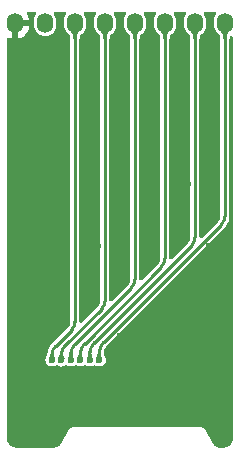
<source format=gbr>
%TF.GenerationSoftware,KiCad,Pcbnew,(6.0.6)*%
%TF.CreationDate,2022-07-16T21:02:26+02:00*%
%TF.ProjectId,epd,6570642e-6b69-4636-9164-5f7063625858,rev?*%
%TF.SameCoordinates,Original*%
%TF.FileFunction,Copper,L1,Top*%
%TF.FilePolarity,Positive*%
%FSLAX46Y46*%
G04 Gerber Fmt 4.6, Leading zero omitted, Abs format (unit mm)*
G04 Created by KiCad (PCBNEW (6.0.6)) date 2022-07-16 21:02:26*
%MOMM*%
%LPD*%
G01*
G04 APERTURE LIST*
%TA.AperFunction,ComponentPad*%
%ADD10O,1.400000X1.700000*%
%TD*%
%TA.AperFunction,ViaPad*%
%ADD11C,0.600000*%
%TD*%
%TA.AperFunction,Conductor*%
%ADD12C,0.250000*%
%TD*%
G04 APERTURE END LIST*
D10*
%TO.P,J2,1,Pin_1*%
%TO.N,GND*%
X148860000Y-70300000D03*
%TO.P,J2,2,Pin_2*%
%TO.N,+3.3V*%
X151400000Y-70300000D03*
%TO.P,J2,3,Pin_3*%
%TO.N,DIN*%
X153940000Y-70300000D03*
%TO.P,J2,4,Pin_4*%
%TO.N,SCK*%
X156480000Y-70300000D03*
%TO.P,J2,5,Pin_5*%
%TO.N,CS*%
X159020000Y-70300000D03*
%TO.P,J2,6,Pin_6*%
%TO.N,DC*%
X161560000Y-70300000D03*
%TO.P,J2,7,Pin_7*%
%TO.N,RST*%
X164100000Y-70300000D03*
%TO.P,J2,8,Pin_8*%
%TO.N,BUSY*%
X166640000Y-70300000D03*
%TD*%
D11*
%TO.N,GND*%
X162830000Y-77780000D03*
X162830000Y-75240000D03*
X165370000Y-77780000D03*
X150130000Y-72700000D03*
X165370000Y-72700000D03*
X162737800Y-89200000D03*
X160290000Y-80320000D03*
X162830000Y-101900000D03*
X157750000Y-75240000D03*
X152670000Y-101900000D03*
X150190200Y-89204800D03*
X160223200Y-89204800D03*
X162830000Y-80320000D03*
X152670000Y-80320000D03*
X155210000Y-75240000D03*
X165370000Y-96820000D03*
X165227000Y-83950000D03*
X165370000Y-75240000D03*
X152670000Y-77780000D03*
X160290000Y-83950000D03*
X160290000Y-101900000D03*
X157750000Y-77780000D03*
X152670000Y-72700000D03*
X155879800Y-89204800D03*
X155210000Y-77780000D03*
X157750000Y-83950000D03*
X162830000Y-72700000D03*
X163525200Y-83947000D03*
X155210000Y-72700000D03*
X150190200Y-83950000D03*
X157750000Y-101900000D03*
X155210000Y-83950000D03*
X165370000Y-80320000D03*
X150130000Y-75240000D03*
X157505400Y-89204800D03*
X150130000Y-80320000D03*
X155210000Y-101900000D03*
X150130000Y-96820000D03*
X162830000Y-96820000D03*
X165303200Y-89200000D03*
X160290000Y-75240000D03*
X151790400Y-89204800D03*
X157750000Y-96820000D03*
X152670000Y-75240000D03*
X150130000Y-101900000D03*
X160290000Y-96820000D03*
X151790400Y-83947000D03*
X165370000Y-101900000D03*
X157750000Y-72700000D03*
X150130000Y-77780000D03*
X160290000Y-72700000D03*
X160290000Y-77780000D03*
X157750000Y-80320000D03*
%TO.N,DIN*%
X152000000Y-98825000D03*
%TO.N,SCK*%
X152800000Y-98825000D03*
%TO.N,CS*%
X153600000Y-98825000D03*
%TO.N,DC*%
X154400000Y-98825000D03*
%TO.N,RST*%
X155200000Y-98825000D03*
%TO.N,BUSY*%
X156000000Y-98825000D03*
%TD*%
D12*
%TO.N,DIN*%
X152000000Y-98387500D02*
X152000000Y-98825000D01*
X152309359Y-97640640D02*
X153650136Y-96299864D01*
X153940000Y-95600072D02*
X153940000Y-70300000D01*
X153650160Y-96299888D02*
G75*
G03*
X153940000Y-95600072I-699860J699788D01*
G01*
X151999994Y-98387500D02*
G75*
G02*
X152309359Y-97640640I1056206J0D01*
G01*
%TO.N,SCK*%
X152800000Y-98825000D02*
X152800000Y-98362500D01*
X156203627Y-94496370D02*
X153127036Y-97572963D01*
X156480000Y-93829146D02*
X156480000Y-70300000D01*
X156203604Y-94496347D02*
G75*
G03*
X156480000Y-93829146I-667204J667247D01*
G01*
X152800007Y-98362500D02*
G75*
G02*
X153127036Y-97572963I1116593J0D01*
G01*
%TO.N,CS*%
X153600000Y-98825000D02*
X153600000Y-98337500D01*
X159020000Y-91964870D02*
X159020000Y-70300000D01*
X158691104Y-92758895D02*
X153944714Y-97505285D01*
X158691115Y-92758906D02*
G75*
G03*
X159020000Y-91964870I-794015J794006D01*
G01*
X153599991Y-98337500D02*
G75*
G02*
X153944714Y-97505285I1176909J0D01*
G01*
%TO.N,DC*%
X154762392Y-97437607D02*
X161237036Y-90962963D01*
X154400000Y-98312500D02*
X154400000Y-98825000D01*
X161560000Y-90183259D02*
X161560000Y-70300000D01*
X154400004Y-98312500D02*
G75*
G02*
X154762392Y-97437607I1237296J0D01*
G01*
X161237063Y-90962990D02*
G75*
G03*
X161560000Y-90183259I-779763J779690D01*
G01*
%TO.N,RST*%
X155580069Y-97369930D02*
X163821141Y-89128858D01*
X164100000Y-88455633D02*
X164100000Y-70300000D01*
X155200000Y-98825000D02*
X155200000Y-98287500D01*
X155199988Y-98287500D02*
G75*
G02*
X155580069Y-97369930I1297612J0D01*
G01*
X163821128Y-89128845D02*
G75*
G03*
X164100000Y-88455633I-673228J673245D01*
G01*
%TO.N,BUSY*%
X156000000Y-98825000D02*
X156000000Y-98262500D01*
X166336291Y-87363708D02*
X156397747Y-97302252D01*
X166640000Y-86630489D02*
X166640000Y-70300000D01*
X156000001Y-98262500D02*
G75*
G02*
X156397747Y-97302252I1357999J0D01*
G01*
X166336291Y-87363708D02*
G75*
G03*
X166640000Y-86630489I-733191J733208D01*
G01*
%TD*%
%TA.AperFunction,Conductor*%
%TO.N,SCK*%
G36*
X152949687Y-98096278D02*
G01*
X152956753Y-98101778D01*
X152957963Y-98110268D01*
X152941184Y-98180708D01*
X152930641Y-98251479D01*
X152928160Y-98313760D01*
X152932949Y-98369720D01*
X152944216Y-98421528D01*
X152961168Y-98471355D01*
X152983015Y-98521369D01*
X153008964Y-98573740D01*
X153008997Y-98573804D01*
X153038186Y-98630568D01*
X153038247Y-98630688D01*
X153066309Y-98686847D01*
X153066942Y-98695780D01*
X153064277Y-98700185D01*
X152808433Y-98966231D01*
X152800229Y-98969819D01*
X152791567Y-98966231D01*
X152535528Y-98699982D01*
X152532263Y-98691643D01*
X152533329Y-98686988D01*
X152562981Y-98622447D01*
X152562983Y-98622442D01*
X152563030Y-98622340D01*
X152588652Y-98558795D01*
X152601475Y-98521369D01*
X152608419Y-98501101D01*
X152608424Y-98501086D01*
X152608471Y-98500948D01*
X152616843Y-98471581D01*
X152624054Y-98446283D01*
X152624056Y-98446275D01*
X152624092Y-98446149D01*
X152637121Y-98391747D01*
X152649161Y-98335091D01*
X152661820Y-98273530D01*
X152676674Y-98204540D01*
X152676724Y-98204317D01*
X152695384Y-98125201D01*
X152695454Y-98124923D01*
X152716549Y-98044376D01*
X152721960Y-98037241D01*
X152730973Y-98036060D01*
X152949687Y-98096278D01*
G37*
%TD.AperFunction*%
%TD*%
%TA.AperFunction,Conductor*%
%TO.N,SCK*%
G36*
X156488433Y-69958769D02*
G01*
X157104078Y-70598964D01*
X157107343Y-70607303D01*
X157105938Y-70612637D01*
X157040434Y-70733831D01*
X157039927Y-70734681D01*
X156969725Y-70841809D01*
X156969299Y-70842416D01*
X156899991Y-70934825D01*
X156899800Y-70935072D01*
X156833288Y-71018990D01*
X156771604Y-71100540D01*
X156716792Y-71185851D01*
X156670788Y-71281189D01*
X156635530Y-71392816D01*
X156612955Y-71526999D01*
X156612939Y-71527330D01*
X156612938Y-71527338D01*
X156605543Y-71678870D01*
X156601717Y-71686967D01*
X156593857Y-71690000D01*
X156366143Y-71690000D01*
X156357870Y-71686573D01*
X156354457Y-71678870D01*
X156347061Y-71527338D01*
X156347060Y-71527330D01*
X156347044Y-71526999D01*
X156324469Y-71392816D01*
X156289211Y-71281189D01*
X156243207Y-71185851D01*
X156188395Y-71100540D01*
X156126711Y-71018990D01*
X156060199Y-70935072D01*
X156060008Y-70934825D01*
X155990700Y-70842416D01*
X155990274Y-70841809D01*
X155920072Y-70734681D01*
X155919565Y-70733831D01*
X155854062Y-70612637D01*
X155853143Y-70603730D01*
X155855922Y-70598964D01*
X156471567Y-69958769D01*
X156479771Y-69955181D01*
X156488433Y-69958769D01*
G37*
%TD.AperFunction*%
%TD*%
%TA.AperFunction,Conductor*%
%TO.N,DC*%
G36*
X161568433Y-69958769D02*
G01*
X162184078Y-70598964D01*
X162187343Y-70607303D01*
X162185938Y-70612637D01*
X162120434Y-70733831D01*
X162119927Y-70734681D01*
X162049725Y-70841809D01*
X162049299Y-70842416D01*
X161979991Y-70934825D01*
X161979800Y-70935072D01*
X161913288Y-71018990D01*
X161851604Y-71100540D01*
X161796792Y-71185851D01*
X161750788Y-71281189D01*
X161715530Y-71392816D01*
X161692955Y-71526999D01*
X161692939Y-71527330D01*
X161692938Y-71527338D01*
X161685543Y-71678870D01*
X161681717Y-71686967D01*
X161673857Y-71690000D01*
X161446143Y-71690000D01*
X161437870Y-71686573D01*
X161434457Y-71678870D01*
X161427061Y-71527338D01*
X161427060Y-71527330D01*
X161427044Y-71526999D01*
X161404469Y-71392816D01*
X161369211Y-71281189D01*
X161323207Y-71185851D01*
X161268395Y-71100540D01*
X161206711Y-71018990D01*
X161140199Y-70935072D01*
X161140008Y-70934825D01*
X161070700Y-70842416D01*
X161070274Y-70841809D01*
X161000072Y-70734681D01*
X160999565Y-70733831D01*
X160934062Y-70612637D01*
X160933143Y-70603730D01*
X160935922Y-70598964D01*
X161551567Y-69958769D01*
X161559771Y-69955181D01*
X161568433Y-69958769D01*
G37*
%TD.AperFunction*%
%TD*%
%TA.AperFunction,Conductor*%
%TO.N,CS*%
G36*
X159028433Y-69958769D02*
G01*
X159644078Y-70598964D01*
X159647343Y-70607303D01*
X159645938Y-70612637D01*
X159580434Y-70733831D01*
X159579927Y-70734681D01*
X159509725Y-70841809D01*
X159509299Y-70842416D01*
X159439991Y-70934825D01*
X159439800Y-70935072D01*
X159373288Y-71018990D01*
X159311604Y-71100540D01*
X159256792Y-71185851D01*
X159210788Y-71281189D01*
X159175530Y-71392816D01*
X159152955Y-71526999D01*
X159152939Y-71527330D01*
X159152938Y-71527338D01*
X159145543Y-71678870D01*
X159141717Y-71686967D01*
X159133857Y-71690000D01*
X158906143Y-71690000D01*
X158897870Y-71686573D01*
X158894457Y-71678870D01*
X158887061Y-71527338D01*
X158887060Y-71527330D01*
X158887044Y-71526999D01*
X158864469Y-71392816D01*
X158829211Y-71281189D01*
X158783207Y-71185851D01*
X158728395Y-71100540D01*
X158666711Y-71018990D01*
X158600199Y-70935072D01*
X158600008Y-70934825D01*
X158530700Y-70842416D01*
X158530274Y-70841809D01*
X158460072Y-70734681D01*
X158459565Y-70733831D01*
X158394062Y-70612637D01*
X158393143Y-70603730D01*
X158395922Y-70598964D01*
X159011567Y-69958769D01*
X159019771Y-69955181D01*
X159028433Y-69958769D01*
G37*
%TD.AperFunction*%
%TD*%
%TA.AperFunction,Conductor*%
%TO.N,BUSY*%
G36*
X156143836Y-97989825D02*
G01*
X156151156Y-97994981D01*
X156152748Y-98003513D01*
X156135781Y-98089136D01*
X156124673Y-98173108D01*
X156121170Y-98246837D01*
X156124801Y-98312919D01*
X156135093Y-98373950D01*
X156135177Y-98374248D01*
X156145718Y-98411706D01*
X156151577Y-98432528D01*
X156173780Y-98491248D01*
X156201233Y-98552708D01*
X156201283Y-98552811D01*
X156233463Y-98619504D01*
X156266406Y-98686883D01*
X156266961Y-98695821D01*
X156264328Y-98700132D01*
X156008433Y-98966231D01*
X156000229Y-98969819D01*
X155991567Y-98966231D01*
X155735498Y-98699951D01*
X155732233Y-98691612D01*
X155733274Y-98687011D01*
X155766844Y-98612944D01*
X155766847Y-98612937D01*
X155766909Y-98612800D01*
X155794597Y-98540578D01*
X155814954Y-98474593D01*
X155824959Y-98432528D01*
X155829830Y-98412050D01*
X155829834Y-98412030D01*
X155829872Y-98411871D01*
X155836778Y-98373950D01*
X155841230Y-98349507D01*
X155841233Y-98349489D01*
X155841242Y-98349439D01*
X155850953Y-98284323D01*
X155860889Y-98213616D01*
X155860908Y-98213486D01*
X155872948Y-98134271D01*
X155872994Y-98133993D01*
X155889019Y-98043313D01*
X155889086Y-98042964D01*
X155908618Y-97949179D01*
X155913659Y-97941778D01*
X155922636Y-97940148D01*
X156143836Y-97989825D01*
G37*
%TD.AperFunction*%
%TD*%
%TA.AperFunction,Conductor*%
%TO.N,RST*%
G36*
X155345105Y-98016199D02*
G01*
X155352373Y-98021431D01*
X155353882Y-98029956D01*
X155336963Y-98111830D01*
X155336940Y-98111998D01*
X155336938Y-98112011D01*
X155329276Y-98168496D01*
X155326014Y-98192545D01*
X155322785Y-98263443D01*
X155326725Y-98327018D01*
X155337281Y-98385760D01*
X155353903Y-98442164D01*
X155376037Y-98498721D01*
X155403133Y-98557923D01*
X155403174Y-98558006D01*
X155434637Y-98622263D01*
X155466384Y-98686875D01*
X155466957Y-98695812D01*
X155464316Y-98700145D01*
X155208433Y-98966231D01*
X155200229Y-98969819D01*
X155191567Y-98966231D01*
X154935684Y-98700145D01*
X154935504Y-98699957D01*
X154932239Y-98691619D01*
X154933286Y-98687006D01*
X154965855Y-98615364D01*
X154965921Y-98615219D01*
X154993075Y-98545191D01*
X155013280Y-98481260D01*
X155028353Y-98420532D01*
X155040112Y-98360116D01*
X155050377Y-98297122D01*
X155060963Y-98228657D01*
X155073671Y-98151945D01*
X155073713Y-98151707D01*
X155081268Y-98111830D01*
X155090350Y-98063887D01*
X155090419Y-98063554D01*
X155110289Y-97973122D01*
X155115411Y-97965777D01*
X155124397Y-97964244D01*
X155345105Y-98016199D01*
G37*
%TD.AperFunction*%
%TD*%
%TA.AperFunction,Conductor*%
%TO.N,BUSY*%
G36*
X166648433Y-69958769D02*
G01*
X167264078Y-70598964D01*
X167267343Y-70607303D01*
X167265938Y-70612637D01*
X167200434Y-70733831D01*
X167199927Y-70734681D01*
X167129725Y-70841809D01*
X167129299Y-70842416D01*
X167059991Y-70934825D01*
X167059800Y-70935072D01*
X166993288Y-71018990D01*
X166931604Y-71100540D01*
X166876792Y-71185851D01*
X166830788Y-71281189D01*
X166795530Y-71392816D01*
X166772955Y-71526999D01*
X166772939Y-71527330D01*
X166772938Y-71527338D01*
X166765543Y-71678870D01*
X166761717Y-71686967D01*
X166753857Y-71690000D01*
X166526143Y-71690000D01*
X166517870Y-71686573D01*
X166514457Y-71678870D01*
X166507061Y-71527338D01*
X166507060Y-71527330D01*
X166507044Y-71526999D01*
X166484469Y-71392816D01*
X166449211Y-71281189D01*
X166403207Y-71185851D01*
X166348395Y-71100540D01*
X166286711Y-71018990D01*
X166220199Y-70935072D01*
X166220008Y-70934825D01*
X166150700Y-70842416D01*
X166150274Y-70841809D01*
X166080072Y-70734681D01*
X166079565Y-70733831D01*
X166014062Y-70612637D01*
X166013143Y-70603730D01*
X166015922Y-70598964D01*
X166631567Y-69958769D01*
X166639771Y-69955181D01*
X166648433Y-69958769D01*
G37*
%TD.AperFunction*%
%TD*%
%TA.AperFunction,Conductor*%
%TO.N,RST*%
G36*
X164108433Y-69958769D02*
G01*
X164724078Y-70598964D01*
X164727343Y-70607303D01*
X164725938Y-70612637D01*
X164660434Y-70733831D01*
X164659927Y-70734681D01*
X164589725Y-70841809D01*
X164589299Y-70842416D01*
X164519991Y-70934825D01*
X164519800Y-70935072D01*
X164453288Y-71018990D01*
X164391604Y-71100540D01*
X164336792Y-71185851D01*
X164290788Y-71281189D01*
X164255530Y-71392816D01*
X164232955Y-71526999D01*
X164232939Y-71527330D01*
X164232938Y-71527338D01*
X164225543Y-71678870D01*
X164221717Y-71686967D01*
X164213857Y-71690000D01*
X163986143Y-71690000D01*
X163977870Y-71686573D01*
X163974457Y-71678870D01*
X163967061Y-71527338D01*
X163967060Y-71527330D01*
X163967044Y-71526999D01*
X163944469Y-71392816D01*
X163909211Y-71281189D01*
X163863207Y-71185851D01*
X163808395Y-71100540D01*
X163746711Y-71018990D01*
X163680199Y-70935072D01*
X163680008Y-70934825D01*
X163610700Y-70842416D01*
X163610274Y-70841809D01*
X163540072Y-70734681D01*
X163539565Y-70733831D01*
X163474062Y-70612637D01*
X163473143Y-70603730D01*
X163475922Y-70598964D01*
X164091567Y-69958769D01*
X164099771Y-69955181D01*
X164108433Y-69958769D01*
G37*
%TD.AperFunction*%
%TD*%
%TA.AperFunction,Conductor*%
%TO.N,DC*%
G36*
X154546512Y-98042714D02*
G01*
X154553720Y-98048027D01*
X154555139Y-98056543D01*
X154549180Y-98084126D01*
X154538267Y-98134642D01*
X154527464Y-98212073D01*
X154524496Y-98280123D01*
X154528730Y-98341176D01*
X154539535Y-98397620D01*
X154556279Y-98451842D01*
X154578330Y-98506227D01*
X154605055Y-98563163D01*
X154605101Y-98563256D01*
X154605108Y-98563270D01*
X154635808Y-98625009D01*
X154635822Y-98625037D01*
X154666361Y-98686866D01*
X154666952Y-98695801D01*
X154664304Y-98700157D01*
X154408433Y-98966231D01*
X154400229Y-98969819D01*
X154391567Y-98966231D01*
X154135511Y-98699965D01*
X154132246Y-98691626D01*
X154133299Y-98687000D01*
X154133361Y-98686866D01*
X154164945Y-98617617D01*
X154191578Y-98549769D01*
X154211643Y-98487879D01*
X154211689Y-98487702D01*
X154226852Y-98429270D01*
X154226854Y-98429260D01*
X154226886Y-98429138D01*
X154233453Y-98397620D01*
X154239032Y-98370841D01*
X154239035Y-98370823D01*
X154239054Y-98370734D01*
X154249891Y-98309858D01*
X154261144Y-98243698D01*
X154274542Y-98169536D01*
X154274589Y-98169292D01*
X154291847Y-98084442D01*
X154291916Y-98084126D01*
X154312166Y-97996978D01*
X154317376Y-97989695D01*
X154326371Y-97988268D01*
X154546512Y-98042714D01*
G37*
%TD.AperFunction*%
%TD*%
%TA.AperFunction,Conductor*%
%TO.N,DIN*%
G36*
X153948433Y-69958769D02*
G01*
X154564078Y-70598964D01*
X154567343Y-70607303D01*
X154565938Y-70612637D01*
X154500434Y-70733831D01*
X154499927Y-70734681D01*
X154429725Y-70841809D01*
X154429299Y-70842416D01*
X154359991Y-70934825D01*
X154359800Y-70935072D01*
X154293288Y-71018990D01*
X154231604Y-71100540D01*
X154176792Y-71185851D01*
X154130788Y-71281189D01*
X154095530Y-71392816D01*
X154072955Y-71526999D01*
X154072939Y-71527330D01*
X154072938Y-71527338D01*
X154065543Y-71678870D01*
X154061717Y-71686967D01*
X154053857Y-71690000D01*
X153826143Y-71690000D01*
X153817870Y-71686573D01*
X153814457Y-71678870D01*
X153807061Y-71527338D01*
X153807060Y-71527330D01*
X153807044Y-71526999D01*
X153784469Y-71392816D01*
X153749211Y-71281189D01*
X153703207Y-71185851D01*
X153648395Y-71100540D01*
X153586711Y-71018990D01*
X153520199Y-70935072D01*
X153520008Y-70934825D01*
X153450700Y-70842416D01*
X153450274Y-70841809D01*
X153380072Y-70734681D01*
X153379565Y-70733831D01*
X153314062Y-70612637D01*
X153313143Y-70603730D01*
X153315922Y-70598964D01*
X153931567Y-69958769D01*
X153939771Y-69955181D01*
X153948433Y-69958769D01*
G37*
%TD.AperFunction*%
%TD*%
%TA.AperFunction,Conductor*%
%TO.N,DIN*%
G36*
X152151489Y-98123388D02*
G01*
X152158470Y-98128996D01*
X152159557Y-98137472D01*
X152142828Y-98204014D01*
X152132398Y-98271397D01*
X152132385Y-98271733D01*
X152132385Y-98271735D01*
X152131756Y-98288293D01*
X152130141Y-98330750D01*
X152135187Y-98384131D01*
X152146663Y-98433597D01*
X152163698Y-98481207D01*
X152185420Y-98529018D01*
X152210959Y-98579088D01*
X152234751Y-98624514D01*
X152239393Y-98633378D01*
X152239469Y-98633525D01*
X152266280Y-98686837D01*
X152266935Y-98695767D01*
X152264260Y-98700203D01*
X152008433Y-98966231D01*
X152000229Y-98969819D01*
X151991567Y-98966231D01*
X151735537Y-98699992D01*
X151732272Y-98691653D01*
X151733346Y-98686981D01*
X151762034Y-98624786D01*
X151762094Y-98624656D01*
X151787232Y-98563228D01*
X151799259Y-98529159D01*
X151806909Y-98507488D01*
X151806911Y-98507482D01*
X151806948Y-98507377D01*
X151822781Y-98454531D01*
X151828088Y-98433910D01*
X151836257Y-98402162D01*
X151836269Y-98402116D01*
X151848947Y-98347561D01*
X151862354Y-98288293D01*
X151878004Y-98221843D01*
X151878041Y-98221688D01*
X151897472Y-98145455D01*
X151897541Y-98145197D01*
X151919137Y-98067889D01*
X151924664Y-98060843D01*
X151933685Y-98059806D01*
X152151489Y-98123388D01*
G37*
%TD.AperFunction*%
%TD*%
%TA.AperFunction,Conductor*%
%TO.N,CS*%
G36*
X153748015Y-98069400D02*
G01*
X153755157Y-98074802D01*
X153756476Y-98083307D01*
X153739650Y-98157596D01*
X153728984Y-98231714D01*
X153726267Y-98296892D01*
X153730788Y-98355408D01*
X153741833Y-98409541D01*
X153758691Y-98461570D01*
X153758791Y-98461807D01*
X153780590Y-98513636D01*
X153780598Y-98513653D01*
X153780649Y-98513775D01*
X153780710Y-98513901D01*
X153780712Y-98513906D01*
X153806978Y-98568400D01*
X153806995Y-98568434D01*
X153836979Y-98627754D01*
X153837016Y-98627827D01*
X153866336Y-98686857D01*
X153866947Y-98695791D01*
X153864290Y-98700172D01*
X153608433Y-98966231D01*
X153600229Y-98969819D01*
X153591567Y-98966231D01*
X153335518Y-98699972D01*
X153332254Y-98691635D01*
X153333313Y-98686995D01*
X153363924Y-98620115D01*
X153363928Y-98620105D01*
X153363980Y-98619992D01*
X153390100Y-98554306D01*
X153410033Y-98494445D01*
X153425456Y-98437680D01*
X153438043Y-98381280D01*
X153449469Y-98322516D01*
X153461408Y-98258658D01*
X153475507Y-98187123D01*
X153475555Y-98186889D01*
X153493501Y-98104863D01*
X153493571Y-98104565D01*
X153514223Y-98020732D01*
X153519529Y-98013519D01*
X153528533Y-98012209D01*
X153748015Y-98069400D01*
G37*
%TD.AperFunction*%
%TD*%
%TA.AperFunction,Conductor*%
%TO.N,GND*%
G36*
X150617850Y-69374502D02*
G01*
X150664343Y-69428158D01*
X150674447Y-69498432D01*
X150652942Y-69552771D01*
X150562499Y-69681937D01*
X150485488Y-69859900D01*
X150484182Y-69866150D01*
X150484182Y-69866151D01*
X150468585Y-69940812D01*
X150445834Y-70049713D01*
X150445500Y-70056086D01*
X150445500Y-70498456D01*
X150460174Y-70642919D01*
X150518161Y-70827957D01*
X150612171Y-70997555D01*
X150738364Y-71144786D01*
X150891584Y-71263636D01*
X150897309Y-71266453D01*
X150897312Y-71266455D01*
X151005602Y-71319740D01*
X151065572Y-71349249D01*
X151253222Y-71398128D01*
X151344155Y-71402894D01*
X151440487Y-71407943D01*
X151440491Y-71407943D01*
X151446868Y-71408277D01*
X151638599Y-71379280D01*
X151658807Y-71371845D01*
X151814597Y-71314526D01*
X151814602Y-71314524D01*
X151820583Y-71312323D01*
X151985387Y-71210140D01*
X152126278Y-71076906D01*
X152237501Y-70918063D01*
X152314512Y-70740100D01*
X152352165Y-70559865D01*
X152353175Y-70555032D01*
X152353175Y-70555028D01*
X152354166Y-70550287D01*
X152354500Y-70543914D01*
X152354500Y-70101544D01*
X152339826Y-69957081D01*
X152281839Y-69772043D01*
X152187829Y-69602445D01*
X152153590Y-69562498D01*
X152124446Y-69497759D01*
X152134928Y-69427541D01*
X152181710Y-69374136D01*
X152249258Y-69354500D01*
X153089729Y-69354500D01*
X153157850Y-69374502D01*
X153204343Y-69428158D01*
X153214447Y-69498432D01*
X153192942Y-69552771D01*
X153102499Y-69681937D01*
X153025488Y-69859900D01*
X153024182Y-69866150D01*
X153024182Y-69866151D01*
X153008585Y-69940812D01*
X152985834Y-70049713D01*
X152985500Y-70056086D01*
X152985500Y-70498456D01*
X153000174Y-70642919D01*
X153058161Y-70827957D01*
X153152171Y-70997555D01*
X153278364Y-71144786D01*
X153283406Y-71148697D01*
X153283407Y-71148698D01*
X153426540Y-71259724D01*
X153426544Y-71259726D01*
X153430389Y-71262709D01*
X153431584Y-71263636D01*
X153431473Y-71263779D01*
X153468019Y-71299871D01*
X153472208Y-71306391D01*
X153479681Y-71319740D01*
X153493921Y-71349249D01*
X153503446Y-71368989D01*
X153510113Y-71385790D01*
X153526436Y-71437467D01*
X153528920Y-71445333D01*
X153533024Y-71462376D01*
X153547367Y-71547625D01*
X153548962Y-71562380D01*
X153555266Y-71691521D01*
X153556605Y-71697167D01*
X153556606Y-71697172D01*
X153557098Y-71699245D01*
X153560500Y-71728327D01*
X153560500Y-95560294D01*
X153558949Y-95580002D01*
X153555769Y-95600083D01*
X153557321Y-95609876D01*
X153557321Y-95619798D01*
X153556667Y-95619798D01*
X153557102Y-95634592D01*
X153549995Y-95706776D01*
X153545178Y-95730998D01*
X153517663Y-95821716D01*
X153508211Y-95844537D01*
X153463527Y-95928142D01*
X153449806Y-95948679D01*
X153403879Y-96004647D01*
X153393016Y-96014890D01*
X153393467Y-96015341D01*
X153386451Y-96022358D01*
X153378430Y-96028186D01*
X153366488Y-96044625D01*
X153353647Y-96059659D01*
X152069150Y-97344155D01*
X152054120Y-97356993D01*
X152037670Y-97368944D01*
X152030479Y-97378841D01*
X152023284Y-97387845D01*
X151914743Y-97511610D01*
X151810180Y-97668096D01*
X151808360Y-97671786D01*
X151808358Y-97671790D01*
X151736120Y-97818272D01*
X151726938Y-97836892D01*
X151725614Y-97840793D01*
X151681231Y-97971537D01*
X151674325Y-97987961D01*
X151672005Y-97992543D01*
X151672003Y-97992548D01*
X151669206Y-97998071D01*
X151647610Y-98075379D01*
X151646851Y-98078152D01*
X151646782Y-98078410D01*
X151646012Y-98081360D01*
X151645946Y-98081619D01*
X151645915Y-98081739D01*
X151635296Y-98123402D01*
X151626581Y-98157593D01*
X151625452Y-98162198D01*
X151625380Y-98162506D01*
X151625366Y-98162562D01*
X151609765Y-98228803D01*
X151609249Y-98231038D01*
X151609203Y-98231240D01*
X151602132Y-98262500D01*
X151597239Y-98284133D01*
X151596077Y-98289268D01*
X151595924Y-98289935D01*
X151592598Y-98304251D01*
X151584543Y-98338912D01*
X151583837Y-98341794D01*
X151573346Y-98382561D01*
X151572029Y-98387294D01*
X151561027Y-98424018D01*
X151559151Y-98429768D01*
X151545680Y-98467928D01*
X151543478Y-98473710D01*
X151525112Y-98518586D01*
X151522916Y-98523634D01*
X151497706Y-98578290D01*
X151496661Y-98581350D01*
X151496657Y-98581360D01*
X151480442Y-98628843D01*
X151480398Y-98628828D01*
X151476850Y-98639014D01*
X151462933Y-98672613D01*
X151462932Y-98672616D01*
X151459772Y-98680246D01*
X151440715Y-98825000D01*
X151459772Y-98969754D01*
X151515645Y-99104642D01*
X151604526Y-99220474D01*
X151611076Y-99225500D01*
X151611079Y-99225503D01*
X151661931Y-99264523D01*
X151720357Y-99309355D01*
X151855246Y-99365228D01*
X152000000Y-99384285D01*
X152008188Y-99383207D01*
X152136566Y-99366306D01*
X152144754Y-99365228D01*
X152279643Y-99309355D01*
X152323298Y-99275857D01*
X152389517Y-99250258D01*
X152459065Y-99264523D01*
X152476699Y-99275855D01*
X152520357Y-99309355D01*
X152655246Y-99365228D01*
X152800000Y-99384285D01*
X152808188Y-99383207D01*
X152936566Y-99366306D01*
X152944754Y-99365228D01*
X153079643Y-99309355D01*
X153123298Y-99275857D01*
X153189517Y-99250258D01*
X153259065Y-99264523D01*
X153276699Y-99275855D01*
X153320357Y-99309355D01*
X153455246Y-99365228D01*
X153600000Y-99384285D01*
X153608188Y-99383207D01*
X153736566Y-99366306D01*
X153744754Y-99365228D01*
X153879643Y-99309355D01*
X153923298Y-99275857D01*
X153989517Y-99250258D01*
X154059065Y-99264523D01*
X154076699Y-99275855D01*
X154120357Y-99309355D01*
X154255246Y-99365228D01*
X154400000Y-99384285D01*
X154408188Y-99383207D01*
X154536566Y-99366306D01*
X154544754Y-99365228D01*
X154679643Y-99309355D01*
X154723298Y-99275857D01*
X154789517Y-99250258D01*
X154859065Y-99264523D01*
X154876699Y-99275855D01*
X154920357Y-99309355D01*
X155055246Y-99365228D01*
X155200000Y-99384285D01*
X155208188Y-99383207D01*
X155336566Y-99366306D01*
X155344754Y-99365228D01*
X155479643Y-99309355D01*
X155523298Y-99275857D01*
X155589517Y-99250258D01*
X155659065Y-99264523D01*
X155676699Y-99275855D01*
X155720357Y-99309355D01*
X155855246Y-99365228D01*
X156000000Y-99384285D01*
X156008188Y-99383207D01*
X156136566Y-99366306D01*
X156144754Y-99365228D01*
X156279643Y-99309355D01*
X156338069Y-99264523D01*
X156388921Y-99225503D01*
X156388924Y-99225500D01*
X156395474Y-99220474D01*
X156484355Y-99104642D01*
X156540228Y-98969754D01*
X156559285Y-98825000D01*
X156540228Y-98680246D01*
X156537067Y-98672613D01*
X156509421Y-98605871D01*
X156504013Y-98589850D01*
X156501769Y-98581360D01*
X156499534Y-98572902D01*
X156467000Y-98506360D01*
X156466759Y-98505863D01*
X156437398Y-98445011D01*
X156435835Y-98441646D01*
X156415333Y-98395748D01*
X156412520Y-98388922D01*
X156400250Y-98356471D01*
X156396818Y-98346040D01*
X156395623Y-98341794D01*
X156390496Y-98323572D01*
X156387540Y-98310398D01*
X156386504Y-98304251D01*
X156384434Y-98291978D01*
X156382749Y-98271855D01*
X156384231Y-98262500D01*
X156382680Y-98252708D01*
X156382680Y-98242788D01*
X156382835Y-98242788D01*
X156382241Y-98227681D01*
X156385991Y-98180033D01*
X156386426Y-98174510D01*
X156387126Y-98167876D01*
X156391422Y-98135408D01*
X156392736Y-98127445D01*
X156406134Y-98059832D01*
X156406135Y-98059826D01*
X156407298Y-98053955D01*
X156407329Y-98048424D01*
X156410065Y-98032303D01*
X156425077Y-97969770D01*
X156431187Y-97950965D01*
X156482356Y-97827432D01*
X156491332Y-97809816D01*
X156561195Y-97695808D01*
X156572809Y-97679821D01*
X156643413Y-97597155D01*
X156654513Y-97586894D01*
X156654404Y-97586785D01*
X156661415Y-97579774D01*
X156669440Y-97573944D01*
X156681391Y-97557495D01*
X156694232Y-97542461D01*
X166576501Y-87660192D01*
X166591536Y-87647350D01*
X166599958Y-87641231D01*
X166607980Y-87635403D01*
X166615429Y-87625151D01*
X166622627Y-87616141D01*
X166673980Y-87557586D01*
X166726493Y-87497708D01*
X166726499Y-87497701D01*
X166729210Y-87494609D01*
X166731496Y-87491188D01*
X166731502Y-87491180D01*
X166830073Y-87343658D01*
X166832367Y-87340225D01*
X166914490Y-87173696D01*
X166942218Y-87092013D01*
X166972848Y-87001780D01*
X166972849Y-87001776D01*
X166974174Y-86997873D01*
X167010397Y-86815764D01*
X167014134Y-86758749D01*
X167017687Y-86704524D01*
X167018637Y-86697724D01*
X167019018Y-86696638D01*
X167019500Y-86691073D01*
X167019500Y-86680982D01*
X167019770Y-86672744D01*
X167020967Y-86654475D01*
X167022246Y-86643019D01*
X167024231Y-86630485D01*
X167021050Y-86610403D01*
X167019500Y-86590703D01*
X167019500Y-71727968D01*
X167022493Y-71703673D01*
X167022327Y-71703648D01*
X167023234Y-71697522D01*
X167024735Y-71691520D01*
X167031037Y-71562376D01*
X167032633Y-71547615D01*
X167044244Y-71478608D01*
X167045246Y-71472649D01*
X167076274Y-71408792D01*
X167136900Y-71371845D01*
X167207876Y-71373541D01*
X167266668Y-71413341D01*
X167294610Y-71478608D01*
X167295500Y-71493555D01*
X167295500Y-105462524D01*
X167293079Y-105487103D01*
X167290514Y-105500000D01*
X167292935Y-105512170D01*
X167292935Y-105519856D01*
X167292328Y-105532207D01*
X167282391Y-105633092D01*
X167277575Y-105657309D01*
X167242351Y-105773426D01*
X167232907Y-105796226D01*
X167175708Y-105903239D01*
X167161989Y-105923770D01*
X167085019Y-106017556D01*
X167067556Y-106035019D01*
X166973770Y-106111989D01*
X166953239Y-106125708D01*
X166846226Y-106182907D01*
X166823426Y-106192351D01*
X166707309Y-106227575D01*
X166683092Y-106232391D01*
X166582207Y-106242328D01*
X166569856Y-106242935D01*
X166562170Y-106242935D01*
X166550000Y-106240514D01*
X166537103Y-106243079D01*
X166512524Y-106245500D01*
X166237476Y-106245500D01*
X166212897Y-106243079D01*
X166200000Y-106240514D01*
X166187829Y-106242935D01*
X166181711Y-106242935D01*
X166168743Y-106242266D01*
X166086059Y-106233711D01*
X166060673Y-106228400D01*
X166058086Y-106227573D01*
X165963984Y-106197500D01*
X165940222Y-106187104D01*
X165851904Y-106137059D01*
X165830774Y-106122017D01*
X165754578Y-106054952D01*
X165736977Y-106035905D01*
X165687244Y-105969505D01*
X165680004Y-105958722D01*
X165676778Y-105953337D01*
X165672599Y-105941648D01*
X165664264Y-105932448D01*
X165663810Y-105931690D01*
X165649583Y-105912338D01*
X164942176Y-104709745D01*
X164941106Y-104707597D01*
X164939734Y-104700699D01*
X164917670Y-104667679D01*
X164913831Y-104661560D01*
X164909795Y-104654698D01*
X164909793Y-104654695D01*
X164906653Y-104649357D01*
X164902529Y-104644731D01*
X164901729Y-104643633D01*
X164898785Y-104639415D01*
X164890376Y-104626830D01*
X164883484Y-104616516D01*
X164873171Y-104609625D01*
X164869121Y-104605575D01*
X164864546Y-104602123D01*
X164856287Y-104592859D01*
X164845109Y-104587459D01*
X164834561Y-104582363D01*
X164819367Y-104573673D01*
X164809620Y-104567160D01*
X164809616Y-104567158D01*
X164799301Y-104560266D01*
X164787131Y-104557845D01*
X164781843Y-104555655D01*
X164776295Y-104554217D01*
X164765121Y-104548819D01*
X164752732Y-104548108D01*
X164737625Y-104547241D01*
X164732495Y-104546841D01*
X164731132Y-104546707D01*
X164725067Y-104545500D01*
X164710913Y-104545500D01*
X164703693Y-104545293D01*
X164676430Y-104543728D01*
X164676429Y-104543728D01*
X164664041Y-104543017D01*
X164657397Y-104545333D01*
X164654996Y-104545500D01*
X153744998Y-104545500D01*
X153742601Y-104545333D01*
X153735959Y-104543018D01*
X153696318Y-104545293D01*
X153689099Y-104545500D01*
X153674933Y-104545500D01*
X153668870Y-104546706D01*
X153667499Y-104546841D01*
X153662372Y-104547241D01*
X153648541Y-104548035D01*
X153634879Y-104548819D01*
X153623705Y-104554217D01*
X153618157Y-104555655D01*
X153612869Y-104557845D01*
X153600699Y-104560266D01*
X153590384Y-104567158D01*
X153590380Y-104567160D01*
X153580633Y-104573673D01*
X153565439Y-104582363D01*
X153554891Y-104587459D01*
X153543713Y-104592859D01*
X153535454Y-104602123D01*
X153530879Y-104605575D01*
X153526829Y-104609625D01*
X153516516Y-104616516D01*
X153509624Y-104626830D01*
X153501215Y-104639415D01*
X153498271Y-104643633D01*
X153497471Y-104644731D01*
X153493347Y-104649357D01*
X153490207Y-104654695D01*
X153490205Y-104654698D01*
X153486169Y-104661560D01*
X153482330Y-104667679D01*
X153460266Y-104700699D01*
X153458894Y-104707597D01*
X153457824Y-104709745D01*
X152750417Y-105912338D01*
X152736187Y-105931694D01*
X152735734Y-105932450D01*
X152727401Y-105941648D01*
X152723223Y-105953333D01*
X152720082Y-105958576D01*
X152712845Y-105969354D01*
X152663013Y-106035889D01*
X152645411Y-106054938D01*
X152569216Y-106122002D01*
X152548087Y-106137043D01*
X152503928Y-106162066D01*
X152459771Y-106187087D01*
X152436009Y-106197483D01*
X152339323Y-106228382D01*
X152313937Y-106233693D01*
X152256295Y-106239657D01*
X152231080Y-106242266D01*
X152218112Y-106242935D01*
X152212171Y-106242935D01*
X152200000Y-106240514D01*
X152187103Y-106243079D01*
X152162524Y-106245500D01*
X148987476Y-106245500D01*
X148962897Y-106243079D01*
X148950000Y-106240514D01*
X148937830Y-106242935D01*
X148930144Y-106242935D01*
X148917793Y-106242328D01*
X148816908Y-106232391D01*
X148792691Y-106227575D01*
X148676574Y-106192351D01*
X148653774Y-106182907D01*
X148546761Y-106125708D01*
X148526230Y-106111989D01*
X148432444Y-106035019D01*
X148414981Y-106017556D01*
X148338011Y-105923770D01*
X148324292Y-105903239D01*
X148267093Y-105796226D01*
X148257649Y-105773426D01*
X148222425Y-105657309D01*
X148217609Y-105633092D01*
X148207672Y-105532207D01*
X148207065Y-105519856D01*
X148207065Y-105512170D01*
X148209486Y-105500000D01*
X148206921Y-105487103D01*
X148204500Y-105462524D01*
X148204500Y-71674522D01*
X148224502Y-71606401D01*
X148278158Y-71559908D01*
X148348432Y-71549804D01*
X148381145Y-71559149D01*
X148467999Y-71597275D01*
X148478594Y-71600841D01*
X148588385Y-71627200D01*
X148602470Y-71626495D01*
X148605966Y-71617702D01*
X149114000Y-71617702D01*
X149117973Y-71631233D01*
X149125421Y-71632304D01*
X149312915Y-71574622D01*
X149323260Y-71570401D01*
X149504912Y-71476643D01*
X149514343Y-71470658D01*
X149676520Y-71346215D01*
X149684749Y-71338648D01*
X149822319Y-71187461D01*
X149829082Y-71178550D01*
X149937701Y-71005396D01*
X149942782Y-70995426D01*
X150019024Y-70805768D01*
X150022255Y-70795068D01*
X150063908Y-70593930D01*
X150065111Y-70584792D01*
X150065843Y-70572087D01*
X150062265Y-70556668D01*
X150051503Y-70554000D01*
X149132115Y-70554000D01*
X149116876Y-70558475D01*
X149115671Y-70559865D01*
X149114000Y-70567548D01*
X149114000Y-71617702D01*
X148605966Y-71617702D01*
X148606000Y-71617616D01*
X148606000Y-70172000D01*
X148626002Y-70103879D01*
X148679658Y-70057386D01*
X148732000Y-70046000D01*
X150045486Y-70046000D01*
X150060082Y-70041714D01*
X150062144Y-70029676D01*
X150054213Y-69940812D01*
X150052232Y-69929798D01*
X149998293Y-69732634D01*
X149994400Y-69722166D01*
X149905005Y-69534745D01*
X149893732Y-69464649D01*
X149922145Y-69399585D01*
X149981223Y-69360212D01*
X150018731Y-69354500D01*
X150549729Y-69354500D01*
X150617850Y-69374502D01*
G37*
%TD.AperFunction*%
%TA.AperFunction,Conductor*%
G36*
X155697850Y-69374502D02*
G01*
X155744343Y-69428158D01*
X155754447Y-69498432D01*
X155732942Y-69552771D01*
X155642499Y-69681937D01*
X155565488Y-69859900D01*
X155564182Y-69866150D01*
X155564182Y-69866151D01*
X155548585Y-69940812D01*
X155525834Y-70049713D01*
X155525500Y-70056086D01*
X155525500Y-70498456D01*
X155540174Y-70642919D01*
X155598161Y-70827957D01*
X155692171Y-70997555D01*
X155818364Y-71144786D01*
X155823406Y-71148697D01*
X155823407Y-71148698D01*
X155966540Y-71259724D01*
X155966544Y-71259726D01*
X155970389Y-71262709D01*
X155971584Y-71263636D01*
X155971473Y-71263779D01*
X156008019Y-71299871D01*
X156012208Y-71306391D01*
X156019681Y-71319740D01*
X156033921Y-71349249D01*
X156043446Y-71368989D01*
X156050113Y-71385790D01*
X156066436Y-71437467D01*
X156068920Y-71445333D01*
X156073024Y-71462376D01*
X156087367Y-71547625D01*
X156088962Y-71562380D01*
X156095266Y-71691521D01*
X156096605Y-71697167D01*
X156096606Y-71697172D01*
X156097098Y-71699245D01*
X156100500Y-71728327D01*
X156100500Y-93789346D01*
X156098948Y-93809061D01*
X156095769Y-93829127D01*
X156097319Y-93838919D01*
X156097319Y-93848836D01*
X156096664Y-93848836D01*
X156097100Y-93863631D01*
X156093980Y-93895295D01*
X156090873Y-93926827D01*
X156086053Y-93951052D01*
X156061155Y-94033118D01*
X156051701Y-94055938D01*
X156011271Y-94131569D01*
X155997549Y-94152105D01*
X155957186Y-94201284D01*
X155946504Y-94211355D01*
X155946978Y-94211829D01*
X155939967Y-94218840D01*
X155931943Y-94224669D01*
X155926114Y-94232692D01*
X155919987Y-94241124D01*
X155907148Y-94256155D01*
X154534595Y-95628709D01*
X154472283Y-95662734D01*
X154401468Y-95657670D01*
X154344632Y-95615123D01*
X154319821Y-95548603D01*
X154319500Y-95539614D01*
X154319500Y-71727968D01*
X154322493Y-71703673D01*
X154322327Y-71703648D01*
X154323234Y-71697522D01*
X154324735Y-71691520D01*
X154331037Y-71562376D01*
X154332633Y-71547616D01*
X154332633Y-71547615D01*
X154346976Y-71462369D01*
X154351079Y-71445333D01*
X154369885Y-71385793D01*
X154376553Y-71368990D01*
X154400315Y-71319746D01*
X154407787Y-71306397D01*
X154417315Y-71291567D01*
X154456924Y-71252589D01*
X154525387Y-71210140D01*
X154666278Y-71076906D01*
X154777501Y-70918063D01*
X154854512Y-70740100D01*
X154892165Y-70559865D01*
X154893175Y-70555032D01*
X154893175Y-70555028D01*
X154894166Y-70550287D01*
X154894500Y-70543914D01*
X154894500Y-70101544D01*
X154879826Y-69957081D01*
X154821839Y-69772043D01*
X154727829Y-69602445D01*
X154693590Y-69562498D01*
X154664446Y-69497759D01*
X154674928Y-69427541D01*
X154721710Y-69374136D01*
X154789258Y-69354500D01*
X155629729Y-69354500D01*
X155697850Y-69374502D01*
G37*
%TD.AperFunction*%
%TA.AperFunction,Conductor*%
G36*
X158237850Y-69374502D02*
G01*
X158284343Y-69428158D01*
X158294447Y-69498432D01*
X158272942Y-69552771D01*
X158182499Y-69681937D01*
X158105488Y-69859900D01*
X158104182Y-69866150D01*
X158104182Y-69866151D01*
X158088585Y-69940812D01*
X158065834Y-70049713D01*
X158065500Y-70056086D01*
X158065500Y-70498456D01*
X158080174Y-70642919D01*
X158138161Y-70827957D01*
X158232171Y-70997555D01*
X158358364Y-71144786D01*
X158363406Y-71148697D01*
X158363407Y-71148698D01*
X158506540Y-71259724D01*
X158506544Y-71259726D01*
X158510389Y-71262709D01*
X158511584Y-71263636D01*
X158511473Y-71263779D01*
X158548019Y-71299871D01*
X158552208Y-71306391D01*
X158559681Y-71319740D01*
X158573921Y-71349249D01*
X158583446Y-71368989D01*
X158590113Y-71385790D01*
X158606436Y-71437467D01*
X158608920Y-71445333D01*
X158613024Y-71462376D01*
X158627367Y-71547625D01*
X158628962Y-71562380D01*
X158635266Y-71691521D01*
X158636605Y-71697167D01*
X158636606Y-71697172D01*
X158637098Y-71699245D01*
X158640500Y-71728327D01*
X158640500Y-91925091D01*
X158638950Y-91944792D01*
X158635769Y-91964880D01*
X158637321Y-91974673D01*
X158637321Y-91984595D01*
X158636667Y-91984595D01*
X158637102Y-91999390D01*
X158629209Y-92079556D01*
X158627435Y-92097568D01*
X158622617Y-92121790D01*
X158610606Y-92161389D01*
X158587520Y-92237497D01*
X158578068Y-92260317D01*
X158521067Y-92366962D01*
X158507344Y-92387500D01*
X158444805Y-92463706D01*
X158433988Y-92473903D01*
X158434446Y-92474361D01*
X158427429Y-92481378D01*
X158419410Y-92487204D01*
X158413584Y-92495223D01*
X158407460Y-92503652D01*
X158394618Y-92518687D01*
X157074595Y-93838710D01*
X157012283Y-93872736D01*
X156941468Y-93867671D01*
X156884632Y-93825124D01*
X156859821Y-93758604D01*
X156859500Y-93749615D01*
X156859500Y-71727968D01*
X156862493Y-71703673D01*
X156862327Y-71703648D01*
X156863234Y-71697522D01*
X156864735Y-71691520D01*
X156871037Y-71562376D01*
X156872633Y-71547616D01*
X156872633Y-71547615D01*
X156886976Y-71462369D01*
X156891079Y-71445333D01*
X156909885Y-71385793D01*
X156916553Y-71368990D01*
X156940315Y-71319746D01*
X156947787Y-71306397D01*
X156957315Y-71291567D01*
X156996924Y-71252589D01*
X157065387Y-71210140D01*
X157206278Y-71076906D01*
X157317501Y-70918063D01*
X157394512Y-70740100D01*
X157432165Y-70559865D01*
X157433175Y-70555032D01*
X157433175Y-70555028D01*
X157434166Y-70550287D01*
X157434500Y-70543914D01*
X157434500Y-70101544D01*
X157419826Y-69957081D01*
X157361839Y-69772043D01*
X157267829Y-69602445D01*
X157233590Y-69562498D01*
X157204446Y-69497759D01*
X157214928Y-69427541D01*
X157261710Y-69374136D01*
X157329258Y-69354500D01*
X158169729Y-69354500D01*
X158237850Y-69374502D01*
G37*
%TD.AperFunction*%
%TA.AperFunction,Conductor*%
G36*
X160777850Y-69374502D02*
G01*
X160824343Y-69428158D01*
X160834447Y-69498432D01*
X160812942Y-69552771D01*
X160722499Y-69681937D01*
X160645488Y-69859900D01*
X160644182Y-69866150D01*
X160644182Y-69866151D01*
X160628585Y-69940812D01*
X160605834Y-70049713D01*
X160605500Y-70056086D01*
X160605500Y-70498456D01*
X160620174Y-70642919D01*
X160678161Y-70827957D01*
X160772171Y-70997555D01*
X160898364Y-71144786D01*
X160903406Y-71148697D01*
X160903407Y-71148698D01*
X161046540Y-71259724D01*
X161046544Y-71259726D01*
X161050389Y-71262709D01*
X161051584Y-71263636D01*
X161051473Y-71263779D01*
X161088019Y-71299871D01*
X161092208Y-71306391D01*
X161099681Y-71319740D01*
X161113921Y-71349249D01*
X161123446Y-71368989D01*
X161130113Y-71385790D01*
X161146436Y-71437467D01*
X161148920Y-71445333D01*
X161153024Y-71462376D01*
X161167367Y-71547625D01*
X161168962Y-71562380D01*
X161175266Y-71691521D01*
X161176605Y-71697167D01*
X161176606Y-71697172D01*
X161177098Y-71699245D01*
X161180500Y-71728327D01*
X161180500Y-90143484D01*
X161178949Y-90163191D01*
X161175769Y-90183273D01*
X161177321Y-90193066D01*
X161177321Y-90202988D01*
X161176665Y-90202988D01*
X161177103Y-90217779D01*
X161170036Y-90289556D01*
X161167825Y-90312013D01*
X161163007Y-90336238D01*
X161129063Y-90448153D01*
X161119612Y-90470973D01*
X161064486Y-90574118D01*
X161050764Y-90594656D01*
X160990798Y-90667731D01*
X160979915Y-90677993D01*
X160980364Y-90678442D01*
X160973352Y-90685455D01*
X160965331Y-90691283D01*
X160959504Y-90699304D01*
X160959501Y-90699307D01*
X160953388Y-90707722D01*
X160940543Y-90722762D01*
X159617775Y-92045530D01*
X159555463Y-92079556D01*
X159484648Y-92074491D01*
X159427812Y-92031944D01*
X159403802Y-91967571D01*
X159404231Y-91964860D01*
X159401052Y-91944792D01*
X159399500Y-91925078D01*
X159399500Y-71727968D01*
X159402493Y-71703673D01*
X159402327Y-71703648D01*
X159403234Y-71697522D01*
X159404735Y-71691520D01*
X159411037Y-71562376D01*
X159412633Y-71547616D01*
X159412633Y-71547615D01*
X159426976Y-71462369D01*
X159431079Y-71445333D01*
X159449885Y-71385793D01*
X159456553Y-71368990D01*
X159480315Y-71319746D01*
X159487787Y-71306397D01*
X159497315Y-71291567D01*
X159536924Y-71252589D01*
X159605387Y-71210140D01*
X159746278Y-71076906D01*
X159857501Y-70918063D01*
X159934512Y-70740100D01*
X159972165Y-70559865D01*
X159973175Y-70555032D01*
X159973175Y-70555028D01*
X159974166Y-70550287D01*
X159974500Y-70543914D01*
X159974500Y-70101544D01*
X159959826Y-69957081D01*
X159901839Y-69772043D01*
X159807829Y-69602445D01*
X159773590Y-69562498D01*
X159744446Y-69497759D01*
X159754928Y-69427541D01*
X159801710Y-69374136D01*
X159869258Y-69354500D01*
X160709729Y-69354500D01*
X160777850Y-69374502D01*
G37*
%TD.AperFunction*%
%TA.AperFunction,Conductor*%
G36*
X163317850Y-69374502D02*
G01*
X163364343Y-69428158D01*
X163374447Y-69498432D01*
X163352942Y-69552771D01*
X163262499Y-69681937D01*
X163185488Y-69859900D01*
X163184182Y-69866150D01*
X163184182Y-69866151D01*
X163168585Y-69940812D01*
X163145834Y-70049713D01*
X163145500Y-70056086D01*
X163145500Y-70498456D01*
X163160174Y-70642919D01*
X163218161Y-70827957D01*
X163312171Y-70997555D01*
X163438364Y-71144786D01*
X163443406Y-71148697D01*
X163443407Y-71148698D01*
X163586540Y-71259724D01*
X163586544Y-71259726D01*
X163590389Y-71262709D01*
X163591584Y-71263636D01*
X163591473Y-71263779D01*
X163628019Y-71299871D01*
X163632208Y-71306391D01*
X163639681Y-71319740D01*
X163653921Y-71349249D01*
X163663446Y-71368989D01*
X163670113Y-71385790D01*
X163686436Y-71437467D01*
X163688920Y-71445333D01*
X163693024Y-71462376D01*
X163707367Y-71547625D01*
X163708962Y-71562380D01*
X163715266Y-71691521D01*
X163716605Y-71697167D01*
X163716606Y-71697172D01*
X163717098Y-71699245D01*
X163720500Y-71728327D01*
X163720500Y-88415839D01*
X163718948Y-88435552D01*
X163715769Y-88455620D01*
X163717319Y-88465412D01*
X163717319Y-88475330D01*
X163716664Y-88475330D01*
X163717100Y-88490125D01*
X163714529Y-88516217D01*
X163710711Y-88554973D01*
X163705892Y-88579198D01*
X163680510Y-88662864D01*
X163671057Y-88685683D01*
X163629844Y-88762784D01*
X163616120Y-88783322D01*
X163574735Y-88833747D01*
X163564017Y-88843852D01*
X163564486Y-88844321D01*
X163557471Y-88851336D01*
X163549452Y-88857162D01*
X163543625Y-88865182D01*
X163537503Y-88873608D01*
X163524663Y-88888641D01*
X162157774Y-90255531D01*
X162095462Y-90289556D01*
X162024647Y-90284492D01*
X161967811Y-90241945D01*
X161945823Y-90182994D01*
X161944231Y-90183246D01*
X161944191Y-90182994D01*
X161941052Y-90163177D01*
X161939500Y-90143464D01*
X161939500Y-71727968D01*
X161942493Y-71703673D01*
X161942327Y-71703648D01*
X161943234Y-71697522D01*
X161944735Y-71691520D01*
X161951037Y-71562376D01*
X161952633Y-71547616D01*
X161952633Y-71547615D01*
X161966976Y-71462369D01*
X161971079Y-71445333D01*
X161989885Y-71385793D01*
X161996553Y-71368990D01*
X162020315Y-71319746D01*
X162027787Y-71306397D01*
X162037315Y-71291567D01*
X162076924Y-71252589D01*
X162145387Y-71210140D01*
X162286278Y-71076906D01*
X162397501Y-70918063D01*
X162474512Y-70740100D01*
X162512165Y-70559865D01*
X162513175Y-70555032D01*
X162513175Y-70555028D01*
X162514166Y-70550287D01*
X162514500Y-70543914D01*
X162514500Y-70101544D01*
X162499826Y-69957081D01*
X162441839Y-69772043D01*
X162347829Y-69602445D01*
X162313590Y-69562498D01*
X162284446Y-69497759D01*
X162294928Y-69427541D01*
X162341710Y-69374136D01*
X162409258Y-69354500D01*
X163249729Y-69354500D01*
X163317850Y-69374502D01*
G37*
%TD.AperFunction*%
%TA.AperFunction,Conductor*%
G36*
X165857850Y-69374502D02*
G01*
X165904343Y-69428158D01*
X165914447Y-69498432D01*
X165892942Y-69552771D01*
X165802499Y-69681937D01*
X165725488Y-69859900D01*
X165724182Y-69866150D01*
X165724182Y-69866151D01*
X165708585Y-69940812D01*
X165685834Y-70049713D01*
X165685500Y-70056086D01*
X165685500Y-70498456D01*
X165700174Y-70642919D01*
X165758161Y-70827957D01*
X165852171Y-70997555D01*
X165978364Y-71144786D01*
X165983406Y-71148697D01*
X165983407Y-71148698D01*
X166126540Y-71259724D01*
X166126544Y-71259726D01*
X166130389Y-71262709D01*
X166131584Y-71263636D01*
X166131473Y-71263779D01*
X166168019Y-71299871D01*
X166172208Y-71306391D01*
X166179681Y-71319740D01*
X166193921Y-71349249D01*
X166203446Y-71368989D01*
X166210113Y-71385790D01*
X166226436Y-71437467D01*
X166228920Y-71445333D01*
X166233024Y-71462376D01*
X166247367Y-71547625D01*
X166248962Y-71562380D01*
X166255266Y-71691521D01*
X166256605Y-71697167D01*
X166256606Y-71697172D01*
X166257098Y-71699245D01*
X166260500Y-71728327D01*
X166260500Y-86590705D01*
X166258949Y-86610415D01*
X166255769Y-86630493D01*
X166257320Y-86640286D01*
X166257320Y-86650204D01*
X166256665Y-86650204D01*
X166257101Y-86665003D01*
X166249085Y-86746399D01*
X166244269Y-86770618D01*
X166214058Y-86870209D01*
X166204609Y-86893019D01*
X166155556Y-86984790D01*
X166141833Y-87005328D01*
X166089938Y-87068561D01*
X166079171Y-87078709D01*
X166079635Y-87079173D01*
X166072622Y-87086186D01*
X166064602Y-87092013D01*
X166058775Y-87100033D01*
X166052653Y-87108459D01*
X166039813Y-87123492D01*
X164694595Y-88468710D01*
X164632283Y-88502736D01*
X164561468Y-88497671D01*
X164504632Y-88455124D01*
X164479821Y-88388604D01*
X164479500Y-88379615D01*
X164479500Y-71727968D01*
X164482493Y-71703673D01*
X164482327Y-71703648D01*
X164483234Y-71697522D01*
X164484735Y-71691520D01*
X164491037Y-71562376D01*
X164492633Y-71547616D01*
X164492633Y-71547615D01*
X164506976Y-71462369D01*
X164511079Y-71445333D01*
X164529885Y-71385793D01*
X164536553Y-71368990D01*
X164560315Y-71319746D01*
X164567787Y-71306397D01*
X164577315Y-71291567D01*
X164616924Y-71252589D01*
X164685387Y-71210140D01*
X164826278Y-71076906D01*
X164937501Y-70918063D01*
X165014512Y-70740100D01*
X165052165Y-70559865D01*
X165053175Y-70555032D01*
X165053175Y-70555028D01*
X165054166Y-70550287D01*
X165054500Y-70543914D01*
X165054500Y-70101544D01*
X165039826Y-69957081D01*
X164981839Y-69772043D01*
X164887829Y-69602445D01*
X164853590Y-69562498D01*
X164824446Y-69497759D01*
X164834928Y-69427541D01*
X164881710Y-69374136D01*
X164949258Y-69354500D01*
X165789729Y-69354500D01*
X165857850Y-69374502D01*
G37*
%TD.AperFunction*%
%TD*%
M02*

</source>
